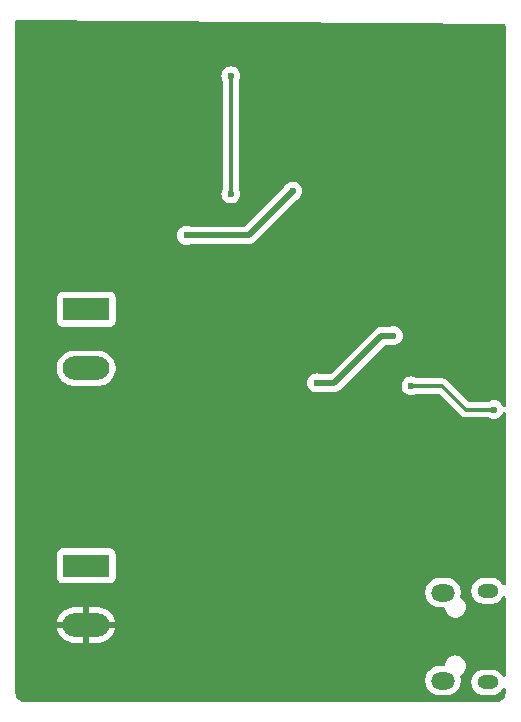
<source format=gbr>
%TF.GenerationSoftware,KiCad,Pcbnew,8.0.7*%
%TF.CreationDate,2025-02-14T15:53:52+00:00*%
%TF.ProjectId,FYP_Motor_R2,4659505f-4d6f-4746-9f72-5f52322e6b69,rev?*%
%TF.SameCoordinates,Original*%
%TF.FileFunction,Copper,L2,Bot*%
%TF.FilePolarity,Positive*%
%FSLAX46Y46*%
G04 Gerber Fmt 4.6, Leading zero omitted, Abs format (unit mm)*
G04 Created by KiCad (PCBNEW 8.0.7) date 2025-02-14 15:53:52*
%MOMM*%
%LPD*%
G01*
G04 APERTURE LIST*
%TA.AperFunction,ComponentPad*%
%ADD10O,1.800000X1.150000*%
%TD*%
%TA.AperFunction,ComponentPad*%
%ADD11O,2.000000X1.450000*%
%TD*%
%TA.AperFunction,HeatsinkPad*%
%ADD12C,0.600000*%
%TD*%
%TA.AperFunction,ComponentPad*%
%ADD13R,3.960000X1.980000*%
%TD*%
%TA.AperFunction,ComponentPad*%
%ADD14O,3.960000X1.980000*%
%TD*%
%TA.AperFunction,ViaPad*%
%ADD15C,0.600000*%
%TD*%
%TA.AperFunction,Conductor*%
%ADD16C,0.300000*%
%TD*%
%TA.AperFunction,Conductor*%
%ADD17C,0.500000*%
%TD*%
G04 APERTURE END LIST*
D10*
%TO.P,J1,6,Shield*%
%TO.N,unconnected-(J1-Shield-Pad6)*%
X126000000Y-92100000D03*
D11*
%TO.N,unconnected-(J1-Shield-Pad6)_3*%
X122200000Y-91950000D03*
%TO.N,unconnected-(J1-Shield-Pad6)_1*%
X122200000Y-84500000D03*
D10*
%TO.N,unconnected-(J1-Shield-Pad6)_2*%
X126000000Y-84350000D03*
%TD*%
D12*
%TO.P,U2,41,GND*%
%TO.N,GND*%
X112100000Y-44410000D03*
X112100000Y-45810000D03*
X112800000Y-43710000D03*
X112800000Y-45110000D03*
X112800000Y-46510000D03*
X113500000Y-44410000D03*
X113500000Y-45810000D03*
X114200000Y-43710000D03*
X114200000Y-45110000D03*
X114200000Y-46510000D03*
X114900000Y-44410000D03*
X114900000Y-45810000D03*
%TD*%
D13*
%TO.P,J3,1,Pin_1*%
%TO.N,5V*%
X92000000Y-82235000D03*
D14*
%TO.P,J3,2,Pin_2*%
%TO.N,GND*%
X92000000Y-87235000D03*
%TD*%
D13*
%TO.P,J2,1,Pin_1*%
%TO.N,Net-(J2-Pin_1)*%
X92000000Y-60500000D03*
D14*
%TO.P,J2,2,Pin_2*%
%TO.N,Net-(J2-Pin_2)*%
X92000000Y-65500000D03*
%TD*%
D15*
%TO.N,GND*%
X122200000Y-57900000D03*
X122200000Y-57200000D03*
X116600000Y-59000000D03*
X116600000Y-58000000D03*
X118800000Y-59600000D03*
X118800000Y-60700000D03*
X124120000Y-73500000D03*
X110750000Y-62750000D03*
X98500000Y-71750000D03*
X108000000Y-38250000D03*
X91750000Y-75000000D03*
X111500000Y-83500000D03*
X96750000Y-70500000D03*
X119000000Y-81500000D03*
X86750000Y-87750000D03*
X94250000Y-72000000D03*
X127000000Y-78750000D03*
X91750000Y-76000000D03*
X118000000Y-80500000D03*
X88750000Y-73000000D03*
X94000000Y-53000000D03*
X118500000Y-81000000D03*
X91750000Y-74000000D03*
X90500000Y-45500000D03*
X87000000Y-74750000D03*
X121250000Y-86000000D03*
X100000000Y-70500000D03*
X122000000Y-38000000D03*
X117500000Y-80000000D03*
X94250000Y-70500000D03*
X88250000Y-87750000D03*
X120250000Y-72500000D03*
X87000000Y-73000000D03*
X115500000Y-75000000D03*
X127000000Y-79500000D03*
X86750000Y-86500000D03*
X91750000Y-73000000D03*
%TO.N,EN*%
X104250000Y-50750000D03*
X104250000Y-40750000D03*
%TO.N,RTS*%
X126500000Y-69000000D03*
X119500000Y-67000000D03*
%TO.N,+3V3*%
X109500000Y-50500000D03*
X118000000Y-62750000D03*
X100500000Y-54257684D03*
X111500000Y-66750000D03*
%TD*%
D16*
%TO.N,EN*%
X104250000Y-50750000D02*
X104250000Y-40750000D01*
%TO.N,RTS*%
X126500000Y-69000000D02*
X124120000Y-69000000D01*
X122120000Y-67000000D02*
X119500000Y-67000000D01*
X124120000Y-69000000D02*
X122120000Y-67000000D01*
D17*
%TO.N,+3V3*%
X117000000Y-62750000D02*
X113000000Y-66750000D01*
X105742316Y-54257684D02*
X100500000Y-54257684D01*
X109500000Y-50500000D02*
X105742316Y-54257684D01*
X118000000Y-62750000D02*
X117000000Y-62750000D01*
X113000000Y-66750000D02*
X111500000Y-66750000D01*
%TD*%
%TA.AperFunction,Conductor*%
%TO.N,GND*%
G36*
X127376578Y-36373822D02*
G01*
X127443440Y-36394085D01*
X127488736Y-36447283D01*
X127499500Y-36497816D01*
X127499500Y-68702885D01*
X127479815Y-68769924D01*
X127427011Y-68815679D01*
X127357853Y-68825623D01*
X127294297Y-68796598D01*
X127258459Y-68743840D01*
X127225790Y-68650480D01*
X127129815Y-68497737D01*
X127002262Y-68370184D01*
X126849523Y-68274211D01*
X126679254Y-68214631D01*
X126679249Y-68214630D01*
X126500004Y-68194435D01*
X126499996Y-68194435D01*
X126320750Y-68214630D01*
X126320737Y-68214633D01*
X126150481Y-68274209D01*
X126150477Y-68274210D01*
X126060904Y-68330494D01*
X125994932Y-68349500D01*
X124440807Y-68349500D01*
X124373768Y-68329815D01*
X124353126Y-68313181D01*
X122534674Y-66494727D01*
X122534673Y-66494726D01*
X122499148Y-66470989D01*
X122428127Y-66423535D01*
X122309744Y-66374499D01*
X122309738Y-66374497D01*
X122184071Y-66349500D01*
X122184069Y-66349500D01*
X120005068Y-66349500D01*
X119939096Y-66330494D01*
X119849522Y-66274210D01*
X119849518Y-66274209D01*
X119679262Y-66214633D01*
X119679249Y-66214630D01*
X119500004Y-66194435D01*
X119499996Y-66194435D01*
X119320750Y-66214630D01*
X119320745Y-66214631D01*
X119150476Y-66274211D01*
X118997737Y-66370184D01*
X118870184Y-66497737D01*
X118774211Y-66650476D01*
X118714631Y-66820745D01*
X118714630Y-66820750D01*
X118694435Y-66999996D01*
X118694435Y-67000003D01*
X118714630Y-67179249D01*
X118714631Y-67179254D01*
X118774211Y-67349523D01*
X118815406Y-67415084D01*
X118870184Y-67502262D01*
X118997738Y-67629816D01*
X119150478Y-67725789D01*
X119320739Y-67785366D01*
X119320745Y-67785368D01*
X119320750Y-67785369D01*
X119499996Y-67805565D01*
X119500000Y-67805565D01*
X119500004Y-67805565D01*
X119679249Y-67785369D01*
X119679251Y-67785368D01*
X119679255Y-67785368D01*
X119679258Y-67785366D01*
X119679262Y-67785366D01*
X119769377Y-67753832D01*
X119849522Y-67725789D01*
X119939096Y-67669505D01*
X120005068Y-67650500D01*
X121799192Y-67650500D01*
X121866231Y-67670185D01*
X121886873Y-67686819D01*
X123614724Y-69414669D01*
X123702317Y-69502262D01*
X123705332Y-69505277D01*
X123811866Y-69576461D01*
X123811872Y-69576464D01*
X123811873Y-69576465D01*
X123930256Y-69625501D01*
X123930260Y-69625501D01*
X123930261Y-69625502D01*
X124055928Y-69650500D01*
X124055931Y-69650500D01*
X125994932Y-69650500D01*
X126060904Y-69669506D01*
X126150477Y-69725789D01*
X126150481Y-69725790D01*
X126320737Y-69785366D01*
X126320743Y-69785367D01*
X126320745Y-69785368D01*
X126320746Y-69785368D01*
X126320750Y-69785369D01*
X126499996Y-69805565D01*
X126500000Y-69805565D01*
X126500004Y-69805565D01*
X126679249Y-69785369D01*
X126679252Y-69785368D01*
X126679255Y-69785368D01*
X126849522Y-69725789D01*
X127002262Y-69629816D01*
X127129816Y-69502262D01*
X127225789Y-69349522D01*
X127258458Y-69256160D01*
X127299180Y-69199383D01*
X127364133Y-69173636D01*
X127432694Y-69187092D01*
X127483097Y-69235479D01*
X127499500Y-69297114D01*
X127499500Y-83769596D01*
X127479815Y-83836635D01*
X127427011Y-83882390D01*
X127357853Y-83892334D01*
X127294297Y-83863309D01*
X127265015Y-83825891D01*
X127244850Y-83786315D01*
X127232137Y-83768817D01*
X127145351Y-83649365D01*
X127145347Y-83649360D01*
X127025639Y-83529652D01*
X127025634Y-83529648D01*
X126888688Y-83430152D01*
X126888687Y-83430151D01*
X126888685Y-83430150D01*
X126841582Y-83406150D01*
X126737853Y-83353296D01*
X126576847Y-83300981D01*
X126409649Y-83274500D01*
X126409644Y-83274500D01*
X125590356Y-83274500D01*
X125590351Y-83274500D01*
X125423152Y-83300981D01*
X125262146Y-83353296D01*
X125111311Y-83430152D01*
X124974365Y-83529648D01*
X124974360Y-83529652D01*
X124854652Y-83649360D01*
X124854648Y-83649365D01*
X124755152Y-83786311D01*
X124678296Y-83937146D01*
X124625981Y-84098152D01*
X124599500Y-84265350D01*
X124599500Y-84434649D01*
X124625981Y-84601847D01*
X124678296Y-84762853D01*
X124755152Y-84913688D01*
X124854648Y-85050634D01*
X124854652Y-85050639D01*
X124974360Y-85170347D01*
X124974365Y-85170351D01*
X125093817Y-85257137D01*
X125111315Y-85269850D01*
X125207425Y-85318820D01*
X125262146Y-85346703D01*
X125262148Y-85346703D01*
X125262151Y-85346705D01*
X125348450Y-85374745D01*
X125423152Y-85399018D01*
X125590351Y-85425500D01*
X125590356Y-85425500D01*
X126409649Y-85425500D01*
X126576847Y-85399018D01*
X126737849Y-85346705D01*
X126888685Y-85269850D01*
X127025641Y-85170346D01*
X127145346Y-85050641D01*
X127244850Y-84913685D01*
X127265015Y-84874108D01*
X127312989Y-84823313D01*
X127380810Y-84806517D01*
X127446945Y-84829054D01*
X127490397Y-84883769D01*
X127499500Y-84930403D01*
X127499500Y-91519596D01*
X127479815Y-91586635D01*
X127427011Y-91632390D01*
X127357853Y-91642334D01*
X127294297Y-91613309D01*
X127265015Y-91575891D01*
X127263760Y-91573428D01*
X127244850Y-91536315D01*
X127203621Y-91479568D01*
X127145351Y-91399365D01*
X127145347Y-91399360D01*
X127025639Y-91279652D01*
X127025634Y-91279648D01*
X126888688Y-91180152D01*
X126888687Y-91180151D01*
X126888685Y-91180150D01*
X126832727Y-91151638D01*
X126737853Y-91103296D01*
X126576847Y-91050981D01*
X126409649Y-91024500D01*
X126409644Y-91024500D01*
X125590356Y-91024500D01*
X125590351Y-91024500D01*
X125423152Y-91050981D01*
X125262146Y-91103296D01*
X125111311Y-91180152D01*
X124974365Y-91279648D01*
X124974360Y-91279652D01*
X124854652Y-91399360D01*
X124854648Y-91399365D01*
X124755152Y-91536311D01*
X124678296Y-91687146D01*
X124625981Y-91848152D01*
X124599500Y-92015350D01*
X124599500Y-92184649D01*
X124625981Y-92351847D01*
X124678296Y-92512853D01*
X124755152Y-92663688D01*
X124854648Y-92800634D01*
X124854652Y-92800639D01*
X124974360Y-92920347D01*
X124974365Y-92920351D01*
X125075607Y-92993907D01*
X125111315Y-93019850D01*
X125207425Y-93068820D01*
X125262146Y-93096703D01*
X125262148Y-93096703D01*
X125262151Y-93096705D01*
X125348450Y-93124745D01*
X125423152Y-93149018D01*
X125590351Y-93175500D01*
X125590356Y-93175500D01*
X126409649Y-93175500D01*
X126576847Y-93149018D01*
X126622870Y-93134064D01*
X126737849Y-93096705D01*
X126888685Y-93019850D01*
X127025641Y-92920346D01*
X127145346Y-92800641D01*
X127244850Y-92663685D01*
X127265015Y-92624108D01*
X127312989Y-92573313D01*
X127380810Y-92556517D01*
X127446945Y-92579054D01*
X127490397Y-92633769D01*
X127499500Y-92680403D01*
X127499500Y-92993907D01*
X127498903Y-93006061D01*
X127486296Y-93134064D01*
X127481554Y-93157906D01*
X127445993Y-93275134D01*
X127436690Y-93297592D01*
X127378942Y-93405630D01*
X127365438Y-93425840D01*
X127287725Y-93520535D01*
X127270535Y-93537725D01*
X127175840Y-93615438D01*
X127155630Y-93628942D01*
X127047592Y-93686690D01*
X127025134Y-93695993D01*
X126907906Y-93731554D01*
X126884064Y-93736296D01*
X126756062Y-93748903D01*
X126743908Y-93749500D01*
X86756092Y-93749500D01*
X86743938Y-93748903D01*
X86615935Y-93736296D01*
X86592095Y-93731554D01*
X86474864Y-93695992D01*
X86452407Y-93686690D01*
X86344369Y-93628942D01*
X86324159Y-93615438D01*
X86229464Y-93537725D01*
X86212274Y-93520535D01*
X86134561Y-93425840D01*
X86121057Y-93405630D01*
X86063308Y-93297589D01*
X86054008Y-93275140D01*
X86018443Y-93157897D01*
X86013704Y-93134069D01*
X86001097Y-93006060D01*
X86000500Y-92993907D01*
X86000500Y-91853551D01*
X120699500Y-91853551D01*
X120699500Y-92046448D01*
X120729675Y-92236969D01*
X120729676Y-92236972D01*
X120789285Y-92420429D01*
X120876859Y-92592302D01*
X120990241Y-92748359D01*
X121126641Y-92884759D01*
X121282698Y-92998141D01*
X121454571Y-93085715D01*
X121638028Y-93145324D01*
X121828551Y-93175500D01*
X121828552Y-93175500D01*
X122571448Y-93175500D01*
X122571449Y-93175500D01*
X122761972Y-93145324D01*
X122945429Y-93085715D01*
X123117302Y-92998141D01*
X123273359Y-92884759D01*
X123409759Y-92748359D01*
X123523141Y-92592302D01*
X123610715Y-92420429D01*
X123670324Y-92236972D01*
X123700500Y-92046449D01*
X123700500Y-91853551D01*
X123670324Y-91663028D01*
X123663902Y-91643266D01*
X123661908Y-91573428D01*
X123697988Y-91513595D01*
X123708941Y-91504637D01*
X123855871Y-91397888D01*
X123982533Y-91257216D01*
X124077179Y-91093284D01*
X124135674Y-90913256D01*
X124155460Y-90725000D01*
X124135674Y-90536744D01*
X124077179Y-90356716D01*
X123982533Y-90192784D01*
X123855871Y-90052112D01*
X123855870Y-90052111D01*
X123702734Y-89940851D01*
X123702729Y-89940848D01*
X123529807Y-89863857D01*
X123529802Y-89863855D01*
X123384001Y-89832865D01*
X123344646Y-89824500D01*
X123155354Y-89824500D01*
X123122897Y-89831398D01*
X122970197Y-89863855D01*
X122970192Y-89863857D01*
X122797270Y-89940848D01*
X122797265Y-89940851D01*
X122644129Y-90052111D01*
X122517466Y-90192785D01*
X122422821Y-90356715D01*
X122422818Y-90356722D01*
X122364325Y-90536745D01*
X122356263Y-90613461D01*
X122329679Y-90678075D01*
X122272382Y-90718061D01*
X122232942Y-90724500D01*
X121828551Y-90724500D01*
X121792697Y-90730178D01*
X121638030Y-90754675D01*
X121454568Y-90814286D01*
X121282697Y-90901859D01*
X121193661Y-90966547D01*
X121126641Y-91015241D01*
X121126639Y-91015243D01*
X121126638Y-91015243D01*
X120990243Y-91151638D01*
X120990243Y-91151639D01*
X120990241Y-91151641D01*
X120969528Y-91180150D01*
X120876859Y-91307697D01*
X120789286Y-91479568D01*
X120729675Y-91663030D01*
X120699500Y-91853551D01*
X86000500Y-91853551D01*
X86000500Y-86985000D01*
X89541023Y-86985000D01*
X91389175Y-86985000D01*
X91365364Y-87042485D01*
X91340000Y-87169996D01*
X91340000Y-87300004D01*
X91365364Y-87427515D01*
X91389175Y-87485000D01*
X89541023Y-87485000D01*
X89556688Y-87583905D01*
X89556688Y-87583906D01*
X89629164Y-87806963D01*
X89735638Y-88015930D01*
X89873494Y-88205672D01*
X90039327Y-88371505D01*
X90229069Y-88509361D01*
X90438034Y-88615835D01*
X90661090Y-88688310D01*
X90892735Y-88725000D01*
X91750000Y-88725000D01*
X91750000Y-87845824D01*
X91807485Y-87869636D01*
X91934996Y-87895000D01*
X92065004Y-87895000D01*
X92192515Y-87869636D01*
X92250000Y-87845824D01*
X92250000Y-88725000D01*
X93107265Y-88725000D01*
X93338909Y-88688310D01*
X93561965Y-88615835D01*
X93770930Y-88509361D01*
X93960672Y-88371505D01*
X94126505Y-88205672D01*
X94264361Y-88015930D01*
X94370835Y-87806963D01*
X94443311Y-87583906D01*
X94443311Y-87583905D01*
X94458977Y-87485000D01*
X92610825Y-87485000D01*
X92634636Y-87427515D01*
X92660000Y-87300004D01*
X92660000Y-87169996D01*
X92634636Y-87042485D01*
X92610825Y-86985000D01*
X94458977Y-86985000D01*
X94443311Y-86886094D01*
X94443311Y-86886093D01*
X94370835Y-86663036D01*
X94264361Y-86454069D01*
X94126505Y-86264327D01*
X93960672Y-86098494D01*
X93770930Y-85960638D01*
X93561965Y-85854164D01*
X93338909Y-85781689D01*
X93107265Y-85745000D01*
X92250000Y-85745000D01*
X92250000Y-86624175D01*
X92192515Y-86600364D01*
X92065004Y-86575000D01*
X91934996Y-86575000D01*
X91807485Y-86600364D01*
X91750000Y-86624175D01*
X91750000Y-85745000D01*
X90892735Y-85745000D01*
X90661090Y-85781689D01*
X90438034Y-85854164D01*
X90229069Y-85960638D01*
X90039327Y-86098494D01*
X89873494Y-86264327D01*
X89735638Y-86454069D01*
X89629164Y-86663036D01*
X89556688Y-86886093D01*
X89556688Y-86886094D01*
X89541023Y-86985000D01*
X86000500Y-86985000D01*
X86000500Y-84403551D01*
X120699500Y-84403551D01*
X120699500Y-84596448D01*
X120729675Y-84786969D01*
X120729676Y-84786972D01*
X120789285Y-84970429D01*
X120876859Y-85142302D01*
X120990241Y-85298359D01*
X121126641Y-85434759D01*
X121282698Y-85548141D01*
X121454571Y-85635715D01*
X121638028Y-85695324D01*
X121828551Y-85725500D01*
X122232942Y-85725500D01*
X122299981Y-85745185D01*
X122345736Y-85797989D01*
X122356263Y-85836539D01*
X122364325Y-85913254D01*
X122422818Y-86093277D01*
X122422821Y-86093284D01*
X122517467Y-86257216D01*
X122644129Y-86397888D01*
X122797265Y-86509148D01*
X122797270Y-86509151D01*
X122970192Y-86586142D01*
X122970197Y-86586144D01*
X123155354Y-86625500D01*
X123155355Y-86625500D01*
X123344644Y-86625500D01*
X123344646Y-86625500D01*
X123529803Y-86586144D01*
X123702730Y-86509151D01*
X123855871Y-86397888D01*
X123982533Y-86257216D01*
X124077179Y-86093284D01*
X124135674Y-85913256D01*
X124155460Y-85725000D01*
X124135674Y-85536744D01*
X124077179Y-85356716D01*
X123982533Y-85192784D01*
X123855871Y-85052112D01*
X123855870Y-85052111D01*
X123708949Y-84945367D01*
X123666283Y-84890037D01*
X123660304Y-84820424D01*
X123663900Y-84806739D01*
X123670324Y-84786972D01*
X123700500Y-84596449D01*
X123700500Y-84403551D01*
X123670324Y-84213028D01*
X123610715Y-84029571D01*
X123523141Y-83857698D01*
X123409759Y-83701641D01*
X123273359Y-83565241D01*
X123117302Y-83451859D01*
X122945429Y-83364285D01*
X122761972Y-83304676D01*
X122761970Y-83304675D01*
X122761969Y-83304675D01*
X122615614Y-83281495D01*
X122571449Y-83274500D01*
X121828551Y-83274500D01*
X121792697Y-83280178D01*
X121638030Y-83304675D01*
X121454568Y-83364286D01*
X121282697Y-83451859D01*
X121193661Y-83516547D01*
X121126641Y-83565241D01*
X121126639Y-83565243D01*
X121126638Y-83565243D01*
X120990243Y-83701638D01*
X120990243Y-83701639D01*
X120990241Y-83701641D01*
X120941547Y-83768661D01*
X120876859Y-83857697D01*
X120789286Y-84029568D01*
X120729675Y-84213030D01*
X120699500Y-84403551D01*
X86000500Y-84403551D01*
X86000500Y-81197135D01*
X89519500Y-81197135D01*
X89519500Y-83272870D01*
X89519501Y-83272876D01*
X89525908Y-83332483D01*
X89576202Y-83467328D01*
X89576206Y-83467335D01*
X89662452Y-83582544D01*
X89662455Y-83582547D01*
X89777664Y-83668793D01*
X89777671Y-83668797D01*
X89912517Y-83719091D01*
X89912516Y-83719091D01*
X89919444Y-83719835D01*
X89972127Y-83725500D01*
X94027872Y-83725499D01*
X94087483Y-83719091D01*
X94222331Y-83668796D01*
X94337546Y-83582546D01*
X94423796Y-83467331D01*
X94474091Y-83332483D01*
X94480500Y-83272873D01*
X94480499Y-81197128D01*
X94474091Y-81137517D01*
X94423796Y-81002669D01*
X94423795Y-81002668D01*
X94423793Y-81002664D01*
X94337547Y-80887455D01*
X94337544Y-80887452D01*
X94222335Y-80801206D01*
X94222328Y-80801202D01*
X94087482Y-80750908D01*
X94087483Y-80750908D01*
X94027883Y-80744501D01*
X94027881Y-80744500D01*
X94027873Y-80744500D01*
X94027864Y-80744500D01*
X89972129Y-80744500D01*
X89972123Y-80744501D01*
X89912516Y-80750908D01*
X89777671Y-80801202D01*
X89777664Y-80801206D01*
X89662455Y-80887452D01*
X89662452Y-80887455D01*
X89576206Y-81002664D01*
X89576202Y-81002671D01*
X89525908Y-81137517D01*
X89519501Y-81197116D01*
X89519501Y-81197123D01*
X89519500Y-81197135D01*
X86000500Y-81197135D01*
X86000500Y-65382695D01*
X89519500Y-65382695D01*
X89519500Y-65617304D01*
X89556201Y-65849027D01*
X89628697Y-66072150D01*
X89628699Y-66072153D01*
X89731652Y-66274210D01*
X89735212Y-66281195D01*
X89873104Y-66470989D01*
X89873108Y-66470994D01*
X90039005Y-66636891D01*
X90039010Y-66636895D01*
X90057706Y-66650478D01*
X90228808Y-66774790D01*
X90437847Y-66881301D01*
X90437849Y-66881302D01*
X90549410Y-66917550D01*
X90660974Y-66953799D01*
X90892695Y-66990500D01*
X90892696Y-66990500D01*
X93107304Y-66990500D01*
X93107305Y-66990500D01*
X93339026Y-66953799D01*
X93562153Y-66881301D01*
X93771192Y-66774790D01*
X93805318Y-66749996D01*
X110694435Y-66749996D01*
X110694435Y-66750003D01*
X110714630Y-66929249D01*
X110714631Y-66929254D01*
X110774211Y-67099523D01*
X110870184Y-67252262D01*
X110997738Y-67379816D01*
X111088080Y-67436582D01*
X111143903Y-67471658D01*
X111150478Y-67475789D01*
X111240983Y-67507458D01*
X111320745Y-67535368D01*
X111320750Y-67535369D01*
X111499996Y-67555565D01*
X111500000Y-67555565D01*
X111500004Y-67555565D01*
X111679249Y-67535369D01*
X111679252Y-67535368D01*
X111679255Y-67535368D01*
X111759017Y-67507457D01*
X111799972Y-67500500D01*
X113073920Y-67500500D01*
X113171462Y-67481096D01*
X113218913Y-67471658D01*
X113355495Y-67415084D01*
X113408277Y-67379816D01*
X113478416Y-67332952D01*
X117274548Y-63536818D01*
X117335871Y-63503334D01*
X117362229Y-63500500D01*
X117700028Y-63500500D01*
X117740983Y-63507458D01*
X117820745Y-63535368D01*
X117820750Y-63535369D01*
X117999996Y-63555565D01*
X118000000Y-63555565D01*
X118000004Y-63555565D01*
X118179249Y-63535369D01*
X118179252Y-63535368D01*
X118179255Y-63535368D01*
X118349522Y-63475789D01*
X118502262Y-63379816D01*
X118629816Y-63252262D01*
X118725789Y-63099522D01*
X118785368Y-62929255D01*
X118805565Y-62750000D01*
X118785368Y-62570745D01*
X118725789Y-62400478D01*
X118629816Y-62247738D01*
X118502262Y-62120184D01*
X118446138Y-62084919D01*
X118349523Y-62024211D01*
X118179254Y-61964631D01*
X118179249Y-61964630D01*
X118000004Y-61944435D01*
X117999996Y-61944435D01*
X117820750Y-61964630D01*
X117820745Y-61964631D01*
X117740983Y-61992542D01*
X117700028Y-61999500D01*
X116926080Y-61999500D01*
X116781092Y-62028340D01*
X116781082Y-62028343D01*
X116644511Y-62084912D01*
X116644498Y-62084919D01*
X116521584Y-62167048D01*
X116521580Y-62167051D01*
X112725451Y-65963181D01*
X112664128Y-65996666D01*
X112637770Y-65999500D01*
X111799972Y-65999500D01*
X111759017Y-65992542D01*
X111679254Y-65964631D01*
X111679249Y-65964630D01*
X111500004Y-65944435D01*
X111499996Y-65944435D01*
X111320750Y-65964630D01*
X111320745Y-65964631D01*
X111150476Y-66024211D01*
X110997737Y-66120184D01*
X110870184Y-66247737D01*
X110774211Y-66400476D01*
X110714631Y-66570745D01*
X110714630Y-66570750D01*
X110694435Y-66749996D01*
X93805318Y-66749996D01*
X93960996Y-66636890D01*
X94126890Y-66470996D01*
X94264790Y-66281192D01*
X94371301Y-66072153D01*
X94443799Y-65849026D01*
X94480500Y-65617305D01*
X94480500Y-65382695D01*
X94443799Y-65150974D01*
X94371301Y-64927847D01*
X94264790Y-64718808D01*
X94247171Y-64694558D01*
X94126895Y-64529010D01*
X94126891Y-64529005D01*
X93960994Y-64363108D01*
X93960989Y-64363104D01*
X93771195Y-64225212D01*
X93771194Y-64225211D01*
X93771192Y-64225210D01*
X93666672Y-64171954D01*
X93562150Y-64118697D01*
X93339027Y-64046201D01*
X93223165Y-64027850D01*
X93107305Y-64009500D01*
X90892695Y-64009500D01*
X90815454Y-64021733D01*
X90660972Y-64046201D01*
X90437849Y-64118697D01*
X90228804Y-64225212D01*
X90039010Y-64363104D01*
X90039005Y-64363108D01*
X89873108Y-64529005D01*
X89873104Y-64529010D01*
X89735212Y-64718804D01*
X89628697Y-64927849D01*
X89556201Y-65150972D01*
X89519500Y-65382695D01*
X86000500Y-65382695D01*
X86000500Y-59462135D01*
X89519500Y-59462135D01*
X89519500Y-61537870D01*
X89519501Y-61537876D01*
X89525908Y-61597483D01*
X89576202Y-61732328D01*
X89576206Y-61732335D01*
X89662452Y-61847544D01*
X89662455Y-61847547D01*
X89777664Y-61933793D01*
X89777671Y-61933797D01*
X89912517Y-61984091D01*
X89912516Y-61984091D01*
X89919444Y-61984835D01*
X89972127Y-61990500D01*
X94027872Y-61990499D01*
X94087483Y-61984091D01*
X94222331Y-61933796D01*
X94337546Y-61847546D01*
X94423796Y-61732331D01*
X94474091Y-61597483D01*
X94480500Y-61537873D01*
X94480499Y-59462128D01*
X94474091Y-59402517D01*
X94423796Y-59267669D01*
X94423795Y-59267668D01*
X94423793Y-59267664D01*
X94337547Y-59152455D01*
X94337544Y-59152452D01*
X94222335Y-59066206D01*
X94222328Y-59066202D01*
X94087482Y-59015908D01*
X94087483Y-59015908D01*
X94027883Y-59009501D01*
X94027881Y-59009500D01*
X94027873Y-59009500D01*
X94027864Y-59009500D01*
X89972129Y-59009500D01*
X89972123Y-59009501D01*
X89912516Y-59015908D01*
X89777671Y-59066202D01*
X89777664Y-59066206D01*
X89662455Y-59152452D01*
X89662452Y-59152455D01*
X89576206Y-59267664D01*
X89576202Y-59267671D01*
X89525908Y-59402517D01*
X89519501Y-59462116D01*
X89519501Y-59462123D01*
X89519500Y-59462135D01*
X86000500Y-59462135D01*
X86000500Y-54257680D01*
X99694435Y-54257680D01*
X99694435Y-54257687D01*
X99714630Y-54436933D01*
X99714631Y-54436938D01*
X99774211Y-54607207D01*
X99870184Y-54759946D01*
X99997738Y-54887500D01*
X100088080Y-54944266D01*
X100143903Y-54979342D01*
X100150478Y-54983473D01*
X100221098Y-55008184D01*
X100320745Y-55043052D01*
X100320750Y-55043053D01*
X100499996Y-55063249D01*
X100500000Y-55063249D01*
X100500004Y-55063249D01*
X100679249Y-55043053D01*
X100679252Y-55043052D01*
X100679255Y-55043052D01*
X100759017Y-55015141D01*
X100799972Y-55008184D01*
X105816236Y-55008184D01*
X105913778Y-54988780D01*
X105961229Y-54979342D01*
X106097811Y-54922768D01*
X106150593Y-54887500D01*
X106220732Y-54840636D01*
X109808059Y-51253306D01*
X109844132Y-51230657D01*
X109843244Y-51228813D01*
X109849515Y-51225792D01*
X109849516Y-51225790D01*
X109849522Y-51225789D01*
X110002262Y-51129816D01*
X110129816Y-51002262D01*
X110225789Y-50849522D01*
X110285368Y-50679255D01*
X110285369Y-50679249D01*
X110305565Y-50500003D01*
X110305565Y-50499996D01*
X110285369Y-50320750D01*
X110285368Y-50320745D01*
X110271340Y-50280656D01*
X110225789Y-50150478D01*
X110129816Y-49997738D01*
X110002262Y-49870184D01*
X109849523Y-49774211D01*
X109679254Y-49714631D01*
X109679249Y-49714630D01*
X109500004Y-49694435D01*
X109499996Y-49694435D01*
X109320750Y-49714630D01*
X109320745Y-49714631D01*
X109150476Y-49774211D01*
X108997737Y-49870184D01*
X108870184Y-49997737D01*
X108774208Y-50150483D01*
X108771186Y-50156758D01*
X108769361Y-50155878D01*
X108746692Y-50191939D01*
X105467767Y-53470865D01*
X105406444Y-53504350D01*
X105380086Y-53507184D01*
X100799972Y-53507184D01*
X100759017Y-53500226D01*
X100679254Y-53472315D01*
X100679249Y-53472314D01*
X100500004Y-53452119D01*
X100499996Y-53452119D01*
X100320750Y-53472314D01*
X100320745Y-53472315D01*
X100150476Y-53531895D01*
X99997737Y-53627868D01*
X99870184Y-53755421D01*
X99774211Y-53908160D01*
X99714631Y-54078429D01*
X99714630Y-54078434D01*
X99694435Y-54257680D01*
X86000500Y-54257680D01*
X86000500Y-40749996D01*
X103444435Y-40749996D01*
X103444435Y-40750003D01*
X103464630Y-40929249D01*
X103464631Y-40929254D01*
X103524211Y-41099524D01*
X103580493Y-41189094D01*
X103599500Y-41255067D01*
X103599500Y-50244931D01*
X103580494Y-50310903D01*
X103524211Y-50400477D01*
X103524209Y-50400481D01*
X103464633Y-50570737D01*
X103464630Y-50570750D01*
X103444435Y-50749996D01*
X103444435Y-50750003D01*
X103464630Y-50929249D01*
X103464631Y-50929254D01*
X103524211Y-51099523D01*
X103603550Y-51225789D01*
X103620184Y-51252262D01*
X103747738Y-51379816D01*
X103900478Y-51475789D01*
X104070745Y-51535368D01*
X104070750Y-51535369D01*
X104249996Y-51555565D01*
X104250000Y-51555565D01*
X104250004Y-51555565D01*
X104429249Y-51535369D01*
X104429252Y-51535368D01*
X104429255Y-51535368D01*
X104599522Y-51475789D01*
X104752262Y-51379816D01*
X104879816Y-51252262D01*
X104975789Y-51099522D01*
X105035368Y-50929255D01*
X105055565Y-50750000D01*
X105047593Y-50679249D01*
X105035369Y-50570750D01*
X105035366Y-50570737D01*
X104975790Y-50400481D01*
X104975789Y-50400478D01*
X104925690Y-50320745D01*
X104919506Y-50310903D01*
X104900500Y-50244931D01*
X104900500Y-41255067D01*
X104919507Y-41189094D01*
X104975788Y-41099524D01*
X105035368Y-40929254D01*
X105035369Y-40929249D01*
X105055565Y-40750003D01*
X105055565Y-40749996D01*
X105035369Y-40570750D01*
X105035368Y-40570745D01*
X104975788Y-40400476D01*
X104879815Y-40247737D01*
X104752262Y-40120184D01*
X104599523Y-40024211D01*
X104429254Y-39964631D01*
X104429249Y-39964630D01*
X104250004Y-39944435D01*
X104249996Y-39944435D01*
X104070750Y-39964630D01*
X104070745Y-39964631D01*
X103900476Y-40024211D01*
X103747737Y-40120184D01*
X103620184Y-40247737D01*
X103524211Y-40400476D01*
X103464631Y-40570745D01*
X103464630Y-40570750D01*
X103444435Y-40749996D01*
X86000500Y-40749996D01*
X86000500Y-36140665D01*
X86020185Y-36073626D01*
X86072989Y-36027871D01*
X86125568Y-36016671D01*
X127376578Y-36373822D01*
G37*
%TD.AperFunction*%
%TD*%
M02*

</source>
